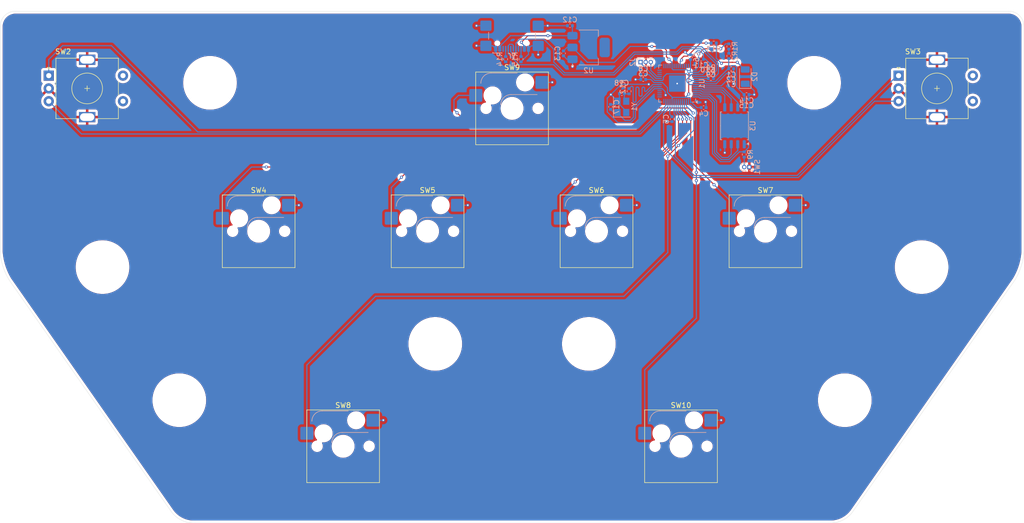
<source format=kicad_pcb>
(kicad_pcb (version 20240108) (generator "pcbnew") (generator_version "8.0")
  (layers (0 "F.Cu" signal) (31 "B.Cu" signal) (34 "B.Paste" user) (35 "F.Paste" user) (36 "B.SilkS" user "B.Silkscreen") (37 "F.SilkS" user "F.Silkscreen") (38 "B.Mask" user) (39 "F.Mask" user) (44 "Edge.Cuts" user))
  (net 0 "")
  (net 1 "+3V3")
  (net 2 "+1V1")
  (net 3 "Net-(U1-ADC_AVDD)")
  (net 6 "Net-(C18-Pad1)")
  (net 7 "VBUS")
  (net 8 "Net-(D2-A)")
  (net 9 "/USB_DP")
  (net 10 "/USB_DM")
  (net 11 "Net-(J1-CC2)")
  (net 12 "Net-(J1-CC1)")
  (net 13 "Net-(J2-Pin_1)")
  (net 14 "Net-(J2-Pin_3)")
  (net 16 "Net-(R1-Pad1)")
  (net 17 "Net-(U1-USB_DP)")
  (net 18 "Net-(U1-USB_DM)")
  (net 19 "Net-(R9-Pad1)")
  (net 20 "/QSPI_SS")
  (net 21 "/XOUT")
  (net 22 "Net-(U1-GPIO25)")
  (net 23 "ENC1B")
  (net 24 "ENC1A")
  (net 27 "ENC2A")
  (net 29 "ENC2B")
  (net 31 "BT0")
  (net 32 "BT1")
  (net 33 "BT2")
  (net 34 "BT3")
  (net 42 "BT4")
  (net 43 "/QSPI_SD2")
  (net 47 "/QSPI_SD3")
  (net 49 "/QSPI_SD1")
  (net 50 "/QSPI_SD0")
  (net 54 "/QSPI_SCLK")
  (net 57 "GND")
  (net 58 "/XIN")
  (net 59 "BT5")
  (net 60 "BT6")
  (footprint "PCM_Switch_Keyboard_Hotswap_Kailh:SW_Hotswap_Kailh_MX_1.50u" (layer "F.Cu") (at 118 96)
    (property "Reference" "SW4")
    (property "Value" "SW_Push")
  )
  (footprint "MountingHole:MountingHole_3.2mm_M3_ISO7380_Pad" (layer "F.Cu") (at 232.5 129)
    (property "Reference" "H6")
    (property "Value" "MountingHole")
  )
  (footprint "MountingHole:MountingHole_3.2mm_M3_ISO7380_Pad" (layer "F.Cu") (at 247.5 103)
    (property "Reference" "H4")
    (property "Value" "MountingHole")
  )
  (footprint "PCM_Switch_Keyboard_Hotswap_Kailh:SW_Hotswap_Kailh_MX_1.00u" (layer "F.Cu") (at 167.5 72)
    (property "Reference" "SW9")
    (property "Value" "SW_Push")
  )
  (footprint "MountingHole:MountingHole_3.2mm_M3_ISO7380_Pad" (layer "F.Cu") (at 108.5 67)
    (property "Reference" "H1")
    (property "Value" "MountingHole")
  )
  (footprint "MountingHole:MountingHole_3.2mm_M3_ISO7380_Pad" (layer "F.Cu") (at 226.5 67)
    (property "Reference" "H2")
    (property "Value" "MountingHole")
  )
  (footprint "PCM_Switch_Keyboard_Hotswap_Kailh:SW_Hotswap_Kailh_MX_1.50u" (layer "F.Cu") (at 217 96)
    (property "Reference" "SW7")
    (property "Value" "SW_Push")
  )
  (footprint "PCM_Switch_Keyboard_Hotswap_Kailh:SW_Hotswap_Kailh_MX_1.50u" (layer "F.Cu") (at 151 96)
    (property "Reference" "SW5")
    (property "Value" "SW_Push")
  )
  (footprint "PCM_Switch_Keyboard_Hotswap_Kailh:SW_Hotswap_Kailh_MX_2.25u" (layer "F.Cu") (at 134.5 138)
    (property "Reference" "SW8")
    (property "Value" "SW_Push")
  )
  (footprint "MountingHole:MountingHole_3.2mm_M3_ISO7380_Pad" (layer "F.Cu") (at 87.5 103)
    (property "Reference" "H3")
    (property "Value" "MountingHole")
  )
  (footprint "PCM_Switch_Keyboard_Hotswap_Kailh:SW_Hotswap_Kailh_MX_1.50u" (layer "F.Cu") (at 184 96)
    (property "Reference" "SW6")
    (property "Value" "SW_Push")
  )
  (footprint "PCM_Switch_Keyboard_Hotswap_Kailh:SW_Hotswap_Kailh_MX_2.25u" (layer "F.Cu") (at 200.5 138)
    (property "Reference" "SW10")
    (property "Value" "SW_Push")
  )
  (footprint "Rotary_Encoder:RotaryEncoder_Alps_EC11E-Switch_Vertical_H20mm" (layer "F.Cu") (at 243 65.6)
    (property "Reference" "SW3")
    (property "Value" "RotaryEncoder_Switch_MP")
  )
  (footprint "Rotary_Encoder:RotaryEncoder_Alps_EC11E-Switch_Vertical_H20mm" (layer "F.Cu") (at 77 65.6)
    (property "Reference" "SW2")
    (property "Value" "RotaryEncoder_Switch_MP")
  )
  (footprint "MountingHole:MountingHole_3.2mm_M3_ISO7380_Pad" (layer "F.Cu") (at 102.5 129)
    (property "Reference" "H5")
    (property "Value" "MountingHole")
  )
  (footprint "MountingHole:MountingHole_3.2mm_M3_ISO7380_Pad" (layer "F.Cu") (at 152.5 118)
    (property "Reference" "H7")
    (property "Value" "MountingHole")
  )
  (footprint "MountingHole:MountingHole_3.2mm_M3_ISO7380_Pad" (layer "F.Cu") (at 182.5 118)
    (property "Reference" "H8")
    (property "Value" "MountingHole")
  )
  (footprint "Capacitor_SMD:C_0402_1005Metric" (layer "B.Cu") (at 204.42 62.38)
    (property "Reference" "C11")
    (property "Value" "2u2")
  )
  (footprint "Capacitor_SMD:C_0402_1005Metric" (layer "B.Cu") (at 210.3 66.15)
    (property "Reference" "C7")
    (property "Value" "100n")
  )
  (footprint "Package_TO_SOT_SMD:SOT-223" (layer "B.Cu") (at 182.45 60.1)
    (property "Reference" "U2")
    (property "Value" "NCP1117-3.3_SOT223")
  )
  (footprint "Capacitor_SMD:C_0402_1005Metric" (layer "B.Cu") (at 206.33 64.23)
    (property "Reference" "C9")
    (property "Value" "2u2")
  )
  (footprint "Resistor_SMD:R_0402_1005Metric" (layer "B.Cu") (at 190.35 68.65 -90)
    (property "Reference" "R12")
    (property "Value" "1K")
  )
  (footprint "Capacitor_SMD:C_0402_1005Metric" (layer "B.Cu") (at 202.35 61.98 90)
    (property "Reference" "C6")
    (property "Value" "100n")
  )
  (footprint "Capacitor_SMD:C_0402_1005Metric" (layer "B.Cu") (at 193.12 66.35 180)
    (property "Reference" "C3")
    (property "Value" "100n")
  )
  (footprint "Connector_USB:USB_C_Receptacle_GCT_USB4110" (layer "B.Cu") (at 167.5 56.675)
    (property "Reference" "J1")
    (property "Value" "USB_C_Receptacle_USB2.0_14P")
  )
  (footprint "Resistor_SMD:R_0402_1005Metric" (layer "B.Cu") (at 206.89 59.25)
    (property "Reference" "R13")
    (property "Value" "470R")
  )
  (footprint "Crystal:Crystal_SMD_3225-4Pin_3.2x2.5mm" (layer "B.Cu") (at 188.95 71.7 90)
    (property "Reference" "Y1")
    (property "Value" "Crystal_GND24")
  )
  (footprint "Capacitor_SMD:C_0402_1005Metric" (layer "B.Cu") (at 213.3 70.25)
    (property "Reference" "C15")
    (property "Value" "100n")
  )
  (footprint "Package_DFN_QFN:QFN-56-1EP_7x7mm_P0.4mm_EP3.2x3.2mm" (layer "B.Cu") (at 199.75 67.15 90)
    (property "Reference" "U1")
    (property "Value" "RP2040")
  )
  (footprint "Capacitor_SMD:C_0402_1005Metric" (layer "B.Cu") (at 210.3 65.2)
    (property "Reference" "C2")
    (property "Value" "100n")
  )
  (footprint "Resistor_SMD:R_0402_1005Metric" (layer "B.Cu") (at 206.33 66.15 180)
    (property "Reference" "R3")
    (property "Value" "27R")
  )
  (footprint "Capacitor_SMD:C_0402_1005Metric" (layer "B.Cu") (at 178.8 55.85 180)
    (property "Reference" "C12")
    (property "Value" "10u")
  )
  (footprint "Resistor_SMD:R_0402_1005Metric" (layer "B.Cu") (at 169.25 62.39 -90)
    (property "Reference" "R15")
    (property "Value" "56K")
  )
  (footprint "LED_SMD:LED_1206_3216Metric" (layer "B.Cu") (at 213.05 65.8 90)
    (property "Reference" "D2")
    (property "Value" "LED")
  )
  (footprint "Connector_PinHeader_1.00mm:PinHeader_1x02_P1.00mm_Vertical" (layer "B.Cu") (at 213.85 83.46 90)
    (property "Reference" "SW1")
    (property "Value" "SW_Push")
  )
  (footprint "Resistor_SMD:R_0402_1005Metric" (layer "B.Cu") (at 209.85 61.76 90)
    (property "Reference" "R2")
    (property "Value" "200R")
  )
  (footprint "Resistor_SMD:R_0402_1005Metric" (layer "B.Cu") (at 206.33 65.2 180)
    (property "Reference" "R4")
    (property "Value" "27R")
  )
  (footprint "Package_SO:SOIC-8_5.23x5.23mm_P1.27mm" (layer "B.Cu") (at 210.95 75.4 90)
    (property "Reference" "U3")
    (property "Value" "W25Q16JVSS")
  )
  (footprint "Resistor_SMD:R_0402_1005Metric" (layer "B.Cu") (at 212.85 81 90)
    (property "Reference" "R9")
    (property "Value" "1K")
  )
  (footprint "Capacitor_SMD:C_0402_1005Metric" (layer "B.Cu") (at 204.92 71.85)
    (property "Reference" "C4")
    (property "Value" "100n")
  )
  (footprint "Capacitor_SMD:C_0402_1005Metric" (layer "B.Cu") (at 205.72 63.3)
    (property "Reference" "C10")
    (property "Value" "2u2")
  )
  (footprint "Capacitor_SMD:C_0402_1005Metric" (layer "B.Cu") (at 177.55 61.25 -90)
    (property "Reference" "C13")
    (property "Value" "10u")
  )
  (footprint "Resistor_SMD:R_0402_1005Metric" (layer "B.Cu") (at 166.25 62.39 -90)
    (property "Reference" "R14")
    (property "Value" "56K")
  )
  (footprint "Capacitor_SMD:C_0402_1005Metric" (layer "B.Cu") (at 198.75 74.1 -90)
    (property "Reference" "C5")
    (property "Value" "100n")
  )
  (footprint "Capacitor_SMD:C_0402_1005Metric" (layer "B.Cu") (at 210.3 64.25)
    (property "Reference" "C1")
    (property "Value" "100n")
  )
  (footprint "Capacitor_SMD:C_0402_1005Metric" (layer "B.Cu") (at 213.3 69.3)
    (property "Reference" "C14")
    (property "Value" "2u2")
  )
  (footprint "Capacitor_SMD:C_0402_1005Metric" (layer "B.Cu") (at 188.95 69.1 180)
    (property "Reference" "C18")
    (property "Value" "15p")
  )
  (footprint "Capacitor_SMD:C_0402_1005Metric" (layer "B.Cu") (at 186.75 71.7 90)
    (property "Reference" "C17")
    (property "Value" "15p")
  )
  (footprint "Connector_PinHeader_1.00mm:PinHeader_1x03_P1.00mm_Vertical" (layer "B.Cu") (at 192.6 62.95 -90)
    (property "Reference" "J2")
    (property "Value" "Conn_01x03")
  )
  (footprint "Resistor_SMD:R_0402_1005Metric" (layer "B.Cu") (at 209.85 59.9 90)
    (property "Reference" "R1")
    (property "Value" "1R")
  )
  (footprint "Capacitor_SMD:C_0402_1005Metric" (layer "B.Cu") (at 193.12 65.4 180)
    (property "Reference" "C8")
    (property "Value" "100n")
  )
  (gr_line (start 265.779613 105.457695) (end 234.220386 150.542304) (stroke (width 0.05)) (layer "Edge.Cuts"))
  (gr_line (start 70.5 53) (end 264.5 53) (stroke (width 0.05)) (layer "Edge.Cuts"))
  (gr_line (start 67.500002 100) (end 67.5 56) (stroke (width 0.05)) (layer "Edge.Cuts"))
  (gr_arc (start 105.5 152.999999) (mid 102.8177 152.389808) (end 100.779614 150.542304) (stroke (width 0.05)) (layer "Edge.Cuts"))
  (gr_arc (start 69.220388 105.457695) (mid 68.038736 102.830179) (end 67.500002 100) (stroke (width 0.05)) (layer "Edge.Cuts"))
  (gr_arc (start 67.5 56) (mid 68.37868 53.87868) (end 70.5 53) (stroke (width 0.05)) (layer "Edge.Cuts"))
  (gr_arc (start 264.5 53) (mid 266.62132 53.87868) (end 267.5 56) (stroke (width 0.05)) (layer "Edge.Cuts"))
  (gr_line (start 229.5 152.999999) (end 105.5 152.999999) (stroke (width 0.05)) (layer "Edge.Cuts"))
  (gr_arc (start 267.499999 100) (mid 266.961265 102.830179) (end 265.779613 105.457695) (stroke (width 0.05)) (layer "Edge.Cuts"))
  (gr_line (start 100.779614 150.542304) (end 69.220388 105.457695) (stroke (width 0.05)) (layer "Edge.Cuts"))
  (gr_line (start 267.5 56) (end 267.499999 100) (stroke (width 0.05)) (layer "Edge.Cuts"))
  (gr_arc (start 234.220386 150.542304) (mid 232.1823 152.389808) (end 229.5 152.999999) (stroke (width 0.05)) (layer "Edge.Cuts"))
  (segment (start 196.9 59.9) (end 194.8 59.9) (width 0.2) (layer "F.Cu") (net 1))
  (segment (start 202.25 66.55) (end 202 66.8) (width 0.2) (layer "F.Cu") (net 1))
  (segment (start 197.65 60.65) (end 196.9 59.9) (width 0.2) (layer "F.Cu") (net 1))
  (segment (start 202.05 66.35) (end 202.25 66.55) (width 0.2) (layer "F.Cu") (net 1))
  (segment (start 198.15 62.4) (end 197.65 61.9) (width 0.2) (layer "F.Cu") (net 1))
  (segment (start 197.65 61.9) (end 197.65 60.65) (width 0.2) (layer "F.Cu") (net 1))
  (segment (start 202.05 64.85) (end 202.05 66.35) (width 0.2) (layer "F.Cu") (net 1))
  (segment (start 202 66.8) (end 202 69.2) (width 0.2) (layer "F.Cu") (net 1))
  (via (at 202.25 66.55) (size 0.6) (drill 0.3) (layers "F.Cu" "B.Cu") (net 1))
  (via (at 194.8 59.9) (size 0.6) (drill 0.3) (layers "F.Cu" "B.Cu") (net 1))
  (via (at 202.05 64.85) (size 0.6) (drill 0.3) (layers "F.Cu" "B.Cu") (net 1))
  (via (at 202 69.2) (size 0.6) (drill 0.3) (layers "F.Cu" "B.Cu") (net 1))
  (via (at 198.15 62.4) (size 0.6) (drill 0.3) (layers "F.Cu" "B.Cu") (net 1))
  (segment (start 205.281076 66.55) (end 205.501076 66.77) (width 0.2) (layer "B.Cu") (net 1))
  (segment (start 202.25 66.55) (end 203.1875 66.55) (width 0.2) (layer "B.Cu") (net 1))
  (segment (start 182.2 63) (end 179.3 60.1) (width 0.2) (layer "B.Cu") (net 1))
  (segment (start 197.85 68.900001) (end 198.75 69.800001) (width 0.2) (layer "B.Cu") (net 1))
  (segment (start 211.35 67.83) (end 211.36 67.82) (width 0.2) (layer "B.Cu") (net 1))
  (segment (start 209.82 62.3) (end 209.85 62.27) (width 0.2) (layer "B.Cu") (net 1))
  (segment (start 211.36 63.893866) (end 211.106134 63.64) (width 0.2) (layer "B.Cu") (net 1))
  (segment (start 210.43 63.64) (end 209.82 64.25) (width 0.2) (layer "B.Cu") (net 1))
  (segment (start 212.82 69.3) (end 211.35 67.83) (width 0.2) (layer "B.Cu") (net 1))
  (segment (start 198.3 72.4) (end 198.3 73.17) (width 0.2) (layer "B.Cu") (net 1))
  (segment (start 205.24 63.3) (end 205.24 63.61) (width 0.2) (layer "B.Cu") (net 1))
  (segment (start 203.1875 66.55) (end 203.1875 66.95) (width 0.2) (layer "B.Cu") (net 1))
  (segment (start 178.22 60.1) (end 177.55 60.77) (width 0.2) (layer "B.Cu") (net 1))
  (segment (start 195.215686 66.95) (end 196.3125 66.95) (width 0.2) (layer "B.Cu") (net 1))
  (segment (start 203.6125 71.85) (end 204.44 71.85) (width 0.2) (layer "B.Cu") (net 1))
  (segment (start 203.1875 66.55) (end 205.281076 66.55) (width 0.2) (layer "B.Cu") (net 1))
  (segment (start 212.855 71.8) (end 212.855 69.335) (width 0.2) (layer "B.Cu") (net 1))
  (segment (start 207.18 66.77) (end 209.7 64.25) (width 0.2) (layer "B.Cu") (net 1))
  (segment (start 198.15 62.4) (end 198.75 63) (width 0.2) (layer "B.Cu") (net 1))
  (segment (start 198.75 69.800001) (end 198.75 70.5875) (width 0.2) (layer "B.Cu") (net 1))
  (segment (start 202.15 64.95) (end 202.05 64.85) (width 0.2) (layer "B.Cu") (net 1))
  (segment (start 211.36 67.82) (end 211.36 63.893866) (width 0.2) (layer "B.Cu") (net 1))
  (segment (start 198.75 64.24636) (end 198.75 63.7125) (width 0.2) (layer "B.Cu") (net 1))
  (segment (start 205.24 63.61) (end 203.9 64.95) (width 0.2) (layer "B.Cu") (net 1))
  (segment (start 203.1875 66.95) (end 205.1 66.95) (width 0.2) (layer "B.Cu") (net 1))
  (segment (start 198.75 70.5875) (end 198.75 71.95) (width 0.2) (layer "B.Cu") (net 1))
  (segment (start 201.35 69.85) (end 200.7 69.85) (width 0.2) (layer "B.Cu") (net 1))
  (segment (start 202.35 63.7125) (end 202.35 62.46) (width 0.2) (layer "B.Cu") (net 1))
  (segment (start 198.75 63) (end 198.75 63.7125) (width 0.2) (layer "B.Cu") (net 1))
  (segment (start 196.84636 66.95) (end 197.85 67.95364) (width 0.2) (layer "B.Cu") (net 1))
  (segment (start 187.5 63) (end 182.2 63) (width 0.2) (layer "B.Cu") (net 1))
  (segment (start 202.05 64.85) (end 201.65 64.45) (width 0.2) (layer "B.Cu") (net 1))
  (segment (start 179.3 60.1) (end 178.22 60.1) (width 0.2) (layer "B.Cu") (net 1))
  (segment (start 198.75 71.95) (end 198.3 72.4) (width 0.2) (layer "B.Cu") (net 1))
  (segment (start 202.35 70.5875) (end 203.6125 71.85) (width 0.2) (layer "B.Cu") (net 1))
  (segment (start 202 69.2) (end 201.35 69.85) (width 0.2) (layer "B.Cu") (net 1))
  (segment (start 202.35 64.55) (end 202.05 64.85) (width 0.2) (layer "B.Cu") (net 1))
  (segment (start 207.35 67.2) (end 209.35 65.2) (width 0.2) (layer "B.Cu") (net 1))
  (segment (start 198.95364 64.45) (end 198.75 64.24636) (width 0.2) (layer "B.Cu") (net 1))
  (segment (start 202.35 70.05364) (end 202.35 70.5875) (width 0.2) (layer "B.Cu") (net 1))
  (segment (start 205.1 66.95) (end 205.35 67.2) (width 0.2) (layer "B.Cu") (net 1))
  (segment (start 193.6 66.35) (end 194.615686 66.35) (width 0.2) (layer "B.Cu") (net 1))
  (segment (start 198.75 70.5875) (end 198.75 70.05364) (width 0.2) (layer "B.Cu") (net 1))
  (segment (start 205.35 67.2) (end 207.35 67.2) (width 0.2) (layer "B.Cu") (net 1))
  (segment (start 201.65 64.45) (end 198.95364 64.45) (width 0.2) (layer "B.Cu") (net 1))
  (segment (start 200.7 69.85) (end 202.14636 69.85) (width 0.2) (layer "B.Cu") (net 1))
  (segment (start 209.7 64.25) (end 209.82 64.25) (width 0.2) (layer "B.Cu") (net 1))
  (segment (start 194.8 59.9) (end 190.6 59.9) (width 0.2) (layer "B.Cu") (net 1))
  (segment (start 198.3 73.17) (end 198.75 73.62) (width 0.2) (layer "B.Cu") (net 1))
  (segment (start 203.9 64.95) (end 203.1875 64.95) (width 0.2) (layer "B.Cu") (net 1))
  (segment (start 190.6 59.9) (end 187.5 63) (width 0.2) (layer "B.Cu") (net 1))
  (segment (start 198.75 70.05364) (end 198.95364 69.85) (width 0.2) (layer "B.Cu") (net 1))
  (segment (start 194.615686 66.35) (end 195.215686 66.95) (width 0.2) (layer "B.Cu") (net 1))
  (segment (start 202.35 63.7125) (end 202.35 64.55) (width 0.2) (layer "B.Cu") (net 1))
  (segment (start 203.1875 64.95) (end 202.15 64.95) (width 0.2) (layer "B.Cu") (net 1))
  (segment (start 205.501076 66.77) (end 207.18 66.77) (width 0.2) (layer "B.Cu") (net 1))
  (segment (start 209.35 65.2) (end 209.82 65.2) (width 0.2) (layer "B.Cu") (net 1))
  (segment (start 197.85 67.95364) (end 197.85 68.900001) (width 0.2) (layer "B.Cu") (net 1))
  (segment (start 209.82 64.25) (end 209.82 62.3) (width 0.2) (layer "B.Cu") (net 1))
  (segment (start 212.855 69.335) (end 212.82 69.3) (width 0.2) (layer "B.Cu") (net 1))
  (segment (start 196.3125 66.95) (end 196.84636 66.95) (width 0.2) (layer "B.Cu") (net 1))
  (segment (start 211.106134 63.64) (end 210.43 63.64) (width 0.2) (layer "B.Cu") (net 1))
  (segment (start 198.95364 69.85) (end 200.7 69.85) (width 0.2) (layer "B.Cu") (net 1))
  (segment (start 202.14636 69.85) (end 202.35 70.05364) (width 0.2) (layer "B.Cu") (net 1))
  (segment (start 197.05 66.34636) (end 197.05 65.9) (width 0.2) (layer "B.Cu") (net 2))
  (segment (start 197.7 65.25) (end 201.601471 65.25) (width 0.2) (layer "B.Cu") (net 2))
  (segment (start 196.3125 66.55) (end 195.381372 66.55) (width 0.2) (layer "B.Cu") (net 2))
  (segment (start 205.184314 67.6) (end 208.37 67.6) (width 0.2) (layer "B.Cu") (net 2))
  (segment (start 201.65 66.798529) (end 202.201471 67.35) (width 0.2) (layer "B.Cu") (net 2))
  (segment (start 196.84636 66.55) (end 197.05 66.34636) (width 0.2) (layer "B.Cu") (net 2))
  (segment (start 203.1875 67.35) (end 204.934314 67.35) (width 0.2) (layer "B.Cu") (net 2))
  (segment (start 197.05 65.9) (end 197.7 65.25) (width 0.2) (layer "B.Cu") (net 2))
  (segment (start 202.501471 65.45) (end 202.601471 65.35) (width 0.2) (layer "B.Cu") (net 2))
  (segment (start 201.65 66.301471) (end 201.65 66.798529) (width 0.2) (layer "B.Cu") (net 2))
  (segment (start 208.37 67.6) (end 209.82 66.15) (width 0.2) (layer "B.Cu") (net 2))
  (segment (start 193.72 65.4) (end 193.6 65.4) (width 0.2) (layer "B.Cu") (net 2))
  (segment (start 204.934314 67.35) (end 205.184314 67.6) (width 0.2) (layer "B.Cu") (net 2))
  (segment (start 202.601471 65.35) (end 201.65 66.301471) (width 0.2) (layer "B.Cu") (net 2))
  (segment (start 202.201471 67.35) (end 203.1875 67.35) (width 0.2) (layer "B.Cu") (net 2))
  (segment (start 205.85 64.23) (end 204.73 65.35) (width 0.2) (layer "B.Cu") (net 2))
  (segment (start 201.601471 65.25) (end 201.801471 65.45) (width 0.2) (layer "B.Cu") (net 2))
  (segment (start 195.381372 66.55) (end 194.231372 65.4) (width 0.2) (layer "B.Cu") (net 2))
  (segment (start 196.3125 66.55) (end 196.84636 66.55) (width 0.2) (layer "B.Cu") (net 2))
  (segment (start 204.73 65.35) (end 203.1875 65.35) (width 0.2) (layer "B.Cu") (net 2))
  (segment (start 201.801471 65.45) (end 202.501471 65.45) (width 0.2) (layer "B.Cu") (net 2))
  (segment (start 194.231372 65.4) (end 193.6 65.4) (width 0.2) (layer "B.Cu") (net 2))
  (segment (start 202.601471 65.35) (end 203.1875 65.35) (width 0.2) (layer "B.Cu") (net 2))
  (segment (start 204.95 60.35) (end 208.25 60.35) (width 0.2) (layer "F.Cu") (net 3))
  (segment (start 203.95 61.35) (end 204.95 60.35) (width 0.2) (layer "F.Cu") (net 3))
  (via (at 208.25 60.35) (size 0.6) (drill 0.3) (layers "F.Cu" "B.Cu") (net 3))
  (via (at 203.95 61.35) (size 0.6) (drill 0.3) (layers "F.Cu" "B.Cu") (net 3))
  (segment (start 208.25 60.35) (end 209.21 59.39) (width 0.2) (layer "B.Cu") (net 3))
  (segment (start 203.94 61.36) (end 203.95 61.35) (width 0.2) (layer "B.Cu") (net 3))
  (segment (start 203.94 63.7975) (end 203.1875 64.55) (width 0.2) (layer "B.Cu") (net 3))
  (segment (start 203.94 62.38) (end 203.94 63.7975) (width 0.2) (layer "B.Cu") (net 3))
  (segment (start 203.94 62.38) (end 203.94 61.36) (width 0.2) (layer "B.Cu") (net 3))
  (segment (start 209.21 59.39) (end 209.85 59.39) (width 0.2) (layer "B.Cu") (net 3))
  (segment (start 189.43 70.23) (end 189.8 70.6) (width 0.2) (layer "B.Cu") (net 6))
  (segment (start 189.49 69.16) (end 189.43 69.1) (width 0.2) (layer "B.Cu") (net 6))
  (segment (start 190.35 69.16) (end 189.49 69.16) (width 0.2) (layer "B.Cu") (net 6))
  (segment (start 189.43 69.1) (end 189.43 70.23) (width 0.2) (layer "B.Cu") (net 6))
  (segment (start 170.60306 57.8) (end 174.5 57.8) (width 0.2) (layer "F.Cu") (net 7))
  (segment (start 169.32306 59.08) (end 170.60306 57.8) (width 0.2) (layer "F.Cu") (net 7))
  (via (at 174.5 57.8) (size 0.6) (drill 0.3) (layers "F.Cu" "B.Cu") (net 7))
  (via (at 169.32306 59.08) (size 0.6) (drill 0.3) (layers "F.Cu" "B.Cu") (net 7))
  (segment (start 165.1 60.355) (end 165.1 59.89759) (width 0.2) (layer "B.Cu") (net 7))
  (segment (start 165.1 59.89759) (end 167.19759 57.8) (width 0.2) (layer "B.Cu") (net 7))
  (segment (start 179.28 57.78) (end 179.3 57.8) (width 0.2) (layer "B.Cu") (net 7))
  (segment (start 169.9 59.780001) (end 169.32306 59.203061) (width 0.2) (layer "B.Cu") (net 7))
  (segment (start 179.3 56.02) (end 179.28 56) (width 0.2) (layer "B.Cu") (net 7))
  (segment (start 179.28 55.85) (end 179.28 57.78) (width 0.2) (layer "B.Cu") (net 7))
  (segment (start 174.5 57.8) (end 179.3 57.8) (width 0.2) (layer "B.Cu") (net 7))
  (segment (start 169.32306 59.203061) (end 169.32306 59.08) (width 0.2) (layer "B.Cu") (net 7))
  (segment (start 169.9 60.355) (end 169.9 59.780001) (width 0.2) (layer "B.Cu") (net 7))
  (segment (start 167.19759 57.8) (end 174.5 57.8) (width 0.2) (layer "B.Cu") (net 7))
  (segment (start 210.5 63) (end 211.5 63) (width 0.2) (layer "F.Cu") (net 8))
  (segment (start 208.600124 63) (end 210.55 63) (width 0.2) (layer "F.Cu") (net 8))
  (segment (start 210.55 63) (end 210.5 63) (width 0.2) (layer "F.Cu") (net 8))
  (segment (start 208.399999 63.200125) (end 208.600124 63) (width 0.2) (layer "F.Cu") (net 8))
  (via (at 208.399999 63.200125) (size 0.6) (drill 0.3) (layers "F.Cu" "B.Cu") (net 8))
  (via (at 211.5 63) (size 0.6) (drill 0.3) (layers "F.Cu" "B.Cu") (net 8))
  (segment (start 211.5 63) (end 212.9 64.4) (width 0.2) (layer "B.Cu") (net 8))
  (segment (start 212.9 64.4) (end 213.05 64.4) (width 0.2) (layer "B.Cu") (net 8))
  (segment (start 207.4 59.25) (end 207.4 62.200126) (width 0.2) (layer "B.Cu") (net 8))
  (segment (start 207.4 62.200126) (end 208.399999 63.200125) (width 0.2) (layer "B.Cu") (net 8))
  (segment (start 199.634314 61) (end 191.334314 61) (width 0.2) (layer "B.Cu") (net 9))
  (segment (start 167.25 60.96241) (end 167.51759 61.23) (width 0.2) (layer "B.Cu") (net 9))
  (segment (start 204.785685 60.184315) (end 204.55137 59.95) (width 0.2) (layer "B.Cu") (net 9))
  (segment (start 206.84 66.15) (end 207.8 65.19) (width 0.2) (layer "B.Cu") (net 9))
  (segment (start 167.51759 61.23) (end 168.02 61.23) (width 0.2) (layer "B.Cu") (net 9))
  (segment (start 207.8 65.19) (end 207.8 63.198629) (width 0.2) (layer "B.Cu") (net 9))
  (segment (start 191.334314 61) (end 187.284314 65.05) (width 0.2) (layer "B.Cu") (net 9))
  (segment (start 175.65 62.934314) (end 175.65 60.445256) (width 0.2) (layer "B.Cu") (net 9))
  (segment (start 177.765686 65.05) (end 175.65 62.934314) (width 0.2) (layer "B.Cu") (net 9))
  (segment (start 167.25 60.355) (end 167.25 60.96241) (width 0.2) (layer "B.Cu") (net 9))
  (segment (start 204.55137 59.95) (end 200.684314 59.95) (width 0.2) (layer "B.Cu") (net 9))
  (segment (start 168.25 59.24759) (end 168.25 60.355) (width 0.2) (layer "B.Cu") (net 9))
  (segment (start 168.25 61) (end 168.25 60.355) (width 0.2) (layer "B.Cu") (net 9))
  (segment (start 175.65 60.445256) (end 173.684744 58.48) (width 0.2) (layer "B.Cu") (net 9))
  (segment (start 169.01759 58.48) (end 168.25 59.24759) (width 0.2) (layer "B.Cu") (net 9))
  (segment (start 168.02 61.23) (end 168.25 61) (width 0.2) (layer "B.Cu") (net 9))
  (segment (start 187.284314 65.05) (end 177.765686 65.05) (width 0.2) (layer "B.Cu") (net 9))
  (segment (start 200.684314 59.95) (end 199.634314 61) (width 0.2) (layer "B.Cu") (net 9))
  (segment (start 173.684744 58.48) (end 169.01759 58.48) (width 0.2) (layer "B.Cu") (net 9))
  (segment (start 207.8 63.198629) (end 204.785685 60.184315) (width 0.2) (layer "B.Cu") (net 9))
  (segment (start 166.75 59.74759) (end 167.01759 59.48) (width 0.2) (layer "B.Cu") (net 10))
  (segment (start 166.75 60.355) (end 166.75 59.74759) (width 0.2) (layer "B.Cu") (net 10))
  (segment (start 175.62 63.47) (end 177.6 65.45) (width 0.2) (layer "B.Cu") (net 10))
  (segment (start 166.75 60.355) (end 166.75 61.338924) (width 0.2) (layer "B.Cu") (net 10))
  (segment (start 166.75 61.338924) (end 168.881076 63.47) (width 0.2) (layer "B.Cu") (net 10))
  (segment (start 200.85 60.35) (end 204.385685 60.35) (width 0.2) (layer "B.Cu") (net 10))
  (segment (start 199.8 61.4) (end 200.85 60.35) (width 0.2) (layer "B.Cu") (net 10))
  (segment (start 167.75 59.7) (end 167.75 60.355) (width 0.2) (layer "B.Cu") (net 10))
  (segment (start 204.385685 60.35) (end 207.4 63.364315) (width 0.2) (layer "B.Cu") (net 10))
  (segment (start 167.75 59.74759) (end 167.75 60.355) (width 0.2) (layer "B.Cu") (net 10))
  (segment (start 207.4 64.64) (end 206.84 65.2) (width 0.2) (layer "B.Cu") (net 10))
  (segment (start 167.01759 59.48) (end 167.53 59.48) (width 0.2) (layer "B.Cu") (net 10))
  (segment (start 187.45 65.45) (end 191.5 61.4) (width 0.2) (layer "B.Cu") (net 10))
  (segment (start 167.53 59.48) (end 167.75 59.7) (width 0.2) (layer "B.Cu") (net 10))
  (segment (start 177.6 65.45) (end 187.45 65.45) (width 0.2) (layer "B.Cu") (net 10))
  (segment (start 191.5 61.4) (end 199.8 61.4) (width 0.2) (layer "B.Cu") (net 10))
  (segment (start 168.881076 63.47) (end 175.62 63.47) (width 0.2) (layer "B.Cu") (net 10))
  (segment (start 207.4 63.364315) (end 207.4 64.64) (width 0.2) (layer "B.Cu") (net 10))
  (segment (start 169.25 60.355) (end 169.25 61.88) (width 0.2) (layer "B.Cu") (net 11))
  (segment (start 166.25 60.355) (end 166.25 61.88) (width 0.2) (layer "B.Cu") (net 12))
  (segment (start 195.612954 66.15) (end 192.6 63.137046) (width 0.2) (layer "B.Cu") (net 13))
  (segment (start 192.6 63.137046) (end 192.6 62.95) (width 0.2) (layer "B.Cu") (net 13))
  (segment (start 196.3125 66.15) (end 195.612954 66.15) (width 0.2) (layer "B.Cu") (net 13))
  (segment (start 196.3125 65.75) (end 195.77864 65.75) (width 0.2) (layer "B.Cu") (net 14))
  (segment (start 194.6 64.57136) (end 194.6 62.95) (width 0.2) (layer "B.Cu") (net 14))
  (segment (start 195.77864 65.75) (end 194.6 64.57136) (width 0.2) (layer "B.Cu") (net 14))
  (segment (start 209.85 60.41) (end 209.85 61.25) (width 0.2) (layer "B.Cu") (net 16))
  (segment (start 205.82 66.15) (end 203.1875 66.15) (width 0.2) (layer "B.Cu") (net 17))
  (segment (start 205.82 65.2) (end 205.82 65.211076) (width 0.2) (layer "B.Cu") (net 18))
  (segment (start 205.281076 65.75) (end 203.1875 65.75) (width 0.2) (layer "B.Cu") (net 18))
  (segment (start 205.82 65.211076) (end 205.281076 65.75) (width 0.2) (layer "B.Cu") (net 18))
  (segment (start 212.85 81.51) (end 212.85 83.46) (width 0.2) (layer "B.Cu") (net 19))
  (segment (start 208.218628 82.4) (end 209.981372 82.4) (width 0.2) (layer "B.Cu") (net 20))
  (segment (start 206.65 80.831372) (end 208.218628 82.4) (width 0.2) (layer "B.Cu") (net 20))
  (segment (start 212.855 79) (end 213.45 79) (width 0.2) (layer "B.Cu") (net 20))
  (segment (start 206.65 70.881372) (end 206.65 80.831372) (width 0.2) (layer "B.Cu") (net 20))
  (segment (start 213.7 79.25) (end 213.7 79.64) (width 0.2) (layer "B.Cu") (net 20))
  (segment (start 213.45 79) (end 213.7 79.25) (width 0.2) (layer "B.Cu") (net 20))
  (segment (start 204.190198 70) (end 205.768628 70) (width 0.2) (layer "B.Cu") (net 20))
  (segment (start 213.7 79.64) (end 212.85 80.49) (width 0.2) (layer "B.Cu") (net 20))
  (segment (start 211.891372 80.49) (end 212.85 80.49) (width 0.2) (layer "B.Cu") (net 20))
  (segment (start 203.940198 69.75) (end 204.190198 70) (width 0.2) (layer "B.Cu") (net 20))
  (segment (start 205.768628 70) (end 206.65 70.881372) (width 0.2) (layer "B.Cu") (net 20))
  (segment (start 203.1875 69.75) (end 203.940198 69.75) (width 0.2) (layer "B.Cu") (net 20))
  (segment (start 209.981372 82.4) (end 211.891372 80.49) (width 0.2) (layer "B.Cu") (net 20))
  (segment (start 192.9 68) (end 192.9 69.434314) (width 0.2) (layer "B.Cu") (net 21))
  (segment (start 191.7 70.634314) (end 191.534314 70.8) (width 0.2) (layer "B.Cu") (net 21))
  (segment (start 191.7 68) (end 191.7 70.634314) (width 0.2) (layer "B.Cu") (net 21))
  (segment (start 192.9 69.434314) (end 192.734314 69.6) (width 0.2) (layer "B.Cu") (net 21))
  (segment (start 193.4 68.6) (end 193.4 68) (width 0.2) (layer "B.Cu") (net 21))
  (segment (start 192.734314 69.6) (end 192.45 69.6) (width 0.2) (layer "B.Cu") (net 21))
  (segment (start 191.85 67.85) (end 191.7 68) (width 0.2) (layer "B.Cu") (net 21))
  (segment (start 192.3 69.45) (end 192.3 68.05) (width 0.2) (layer "B.Cu") (net 21))
  (segment (start 190.79 67.7) (end 190.35 68.14) (width 0.2) (layer "B.Cu") (net 21))
  (segment (start 193.5 68.7) (end 193.4 68.6) (width 0.2) (layer "B.Cu") (net 21))
  (segment (start 191.15 67.85) (end 191 67.7) (width 0.2) (layer "B.Cu") (net 21))
  (segment (start 193.25 67.85) (end 193.05 67.85) (width 0.2) (layer "B.Cu") (net 21))
  (segment (start 192.1 67.85) (end 191.85 67.85) (width 0.2) (layer "B.Cu") (net 21))
  (segment (start 191.534314 70.8) (end 191.3 70.8) (width 0.2) (layer "B.Cu") (net 21))
  (segment (start 193.05 67.85) (end 192.9 68) (width 0.2) (layer "B.Cu") (net 21))
  (segment (start 191.15 70.65) (end 191.15 67.85) (width 0.2) (layer "B.Cu") (net 21))
  (segment (start 193.634313 68.7) (end 193.5 68.7) (width 0.2) (layer "B.Cu") (net 21))
  (segment (start 191 67.7) (end 190.79 67.7) (width 0.2) (layer "B.Cu") (net 21))
  (segment (start 193.4 68) (end 193.25 67.85) (width 0.2) (layer "B.Cu") (net 21))
  (segment (start 196.3125 67.35) (end 194.984313 67.35) (width 0.2) (layer "B.Cu") (net 21))
  (segment (start 192.3 68.05) (end 192.1 67.85) (width 0.2) (layer "B.Cu") (net 21))
  (segment (start 194.984313 67.35) (end 193.634313 68.7) (width 0.2) (layer "B.Cu") (net 21))
  (segment (start 191.3 70.8) (end 191.15 70.65) (width 0.2) (layer "B.Cu") (net 21))
  (segment (start 192.45 69.6) (end 192.3 69.45) (width 0.2) (layer "B.Cu") (net 21))
  (segment (start 201.75 61.8) (end 201.05 61.8) (width 0.2) (layer "F.Cu") (net 22))
  (segment (start 200.6 62.25) (end 200.6 62.55) (width 0.2) (layer "F.Cu") (net 22))
  (segment (start 204.3 59.25) (end 201.75 61.8) (width 0.2) (layer "F.Cu") (net 22))
  (segment (start 201.05 61.8) (end 200.6 62.25) (width 0.2) (layer "F.Cu") (net 22))
  (segment (start 205.4 59.25) (end 204.3 59.25) (width 0.2) (layer "F.Cu") (net 22))
  (via (at 205.4 59.25) (size 0.6) (drill 0.3) (layers "F.Cu" "B.Cu") (net 22))
  (via (at 200.6 62.55) (size 0.6) (drill 0.3) (layers "F.Cu" "B.Cu") (net 22))
  (segment (start 200.35 63.7125) (end 200.35 62.8) (width 0.2) (layer "B.Cu") (net 22))
  (segment (start 206.38 59.25) (end 205.4 59.25) (width 0.2) (layer "B.Cu") (net 22))
  (segment (start 200.35 62.8) (end 200.6 62.55) (width 0.2) (layer "B.Cu") (net 22))
  (segment (start 197.1 73.034314) (end 197.1 79.665686) (width 0.2) (layer "B.Cu") (net 23))
  (segment (start 238.3 70.6) (end 243 70.6) (width 0.2) (layer "B.Cu") (net 23))
  (segment (start 197.1 79.665686) (end 202.934314 85.5) (width 0.2) (layer "B.Cu") (net 23))
  (segment (start 198.35 71.784314) (end 197.1 73.034314) (width 0.2) (layer "B.Cu") (net 23))
  (segment (start 223.4 85.5) (end 238.3 70.6) (width 0.2) (layer "B.Cu") (net 23))
  (segment (start 202.934314 85.5) (end 223.4 85.5) (width 0.2) (layer "B.Cu") (net 23))
  (segment (start 198.35 70.5875) (end 198.35 71.784314) (width 0.2) (layer "B.Cu") (net 23))
  (segment (start 199.15 70.5875) (end 199.15 73.083866) (width 0.2) (layer "B.Cu") (net 24))
  (segment (start 242.7 65.6) (end 243 65.6) (width 0.2) (layer "B.Cu") (net 24))
  (segment (start 203.1 85.1) (end 223.2 85.1) (width 0.2) (layer "B.Cu") (net 24))
  (segment (start 223.2 85.1) (end 242.7 65.6) (width 0.2) (layer "B.Cu") (net 24))
  (segment (start 199.4 81.4) (end 203.1 85.1) (width 0.2) (layer "B.Cu") (net 24))
  (segment (start 199.4 73.333866) (end 199.4 81.4) (width 0.2) (layer "B.Cu") (net 24))
  (segment (start 199.15 73.083866) (end 199.4 73.333866) (width 0.2) (layer "B.Cu") (net 24))
  (segment (start 79.7 59.75) (end 89.25 59.75) (width 0.2) (layer "B.Cu") (net 27))
  (segment (start 89.25 59.75) (end 106.1 76.6) (width 0.2) (layer "B.Cu") (net 27))
  (segment (start 77 62.45) (end 79.7 59.75) (width 0.2) (layer "B.Cu") (net 27))
  (segment (start 77 65.6) (end 77 62.45) (width 0.2) (layer "B.Cu") (net 27))
  (segment (start 192.384314 76.6) (end 197.55 71.434314) (width 0.2) (layer "B.Cu") (net 27))
  (segment (start 197.55 71.434314) (end 197.55 70.5875) (width 0.2) (layer "B.Cu") (net 27))
  (segment (start 106.1 76.6) (end 192.384314 76.6) (width 0.2) (layer "B.Cu") (net 27))
  (segment (start 197.95 70.5875) (end 197.95 71.6) (width 0.2) (layer "B.Cu") (net 29))
  (segment (start 197.95 71.6) (end 192.55 77) (width 0.2) (layer "B.Cu") (net 29))
  (segment (start 192.55 77) (end 83.4 77) (width 0.2) (layer "B.Cu") (net 29))
  (segment (start 83.4 77) (end 77 70.6) (width 0.2) (layer "B.Cu") (net 29))
  (segment (start 200 77.268628) (end 193.818628 83.45) (width 0.2) (layer "F.Cu") (net 31))
  (segment (start 193.818628 83.45) (end 119.5 83.45) (width 0.2) (layer "F.Cu") (net 31))
  (segment (start 200 74.1) (end 200 77.268628) (width 0.2) (layer "F.Cu") (net 31))
  (via (at 200 74.1) (size 0.6) (drill 0.3) (layers "F.Cu" "B.Cu") (net 31))
  (via (at 119.5 83.45) (size 0.6) (drill 0.3) (layers "F.Cu" "B.Cu") (net 31))
  (segment (start 200 73.36818) (end 200 74.1) (width 0.2) (layer "B.Cu") (net 31))
  (segment (start 199.55 72.91818) (end 200 73.36818) (width 0.2) (layer "B.Cu") (net 31))
  (segment (start 116.6 83.45) (end 110.915 89.135) (width 0.2) (layer "B.Cu") (net 31))
  (segment (start 111 93.545) (end 110.915 93.46) (width 0.2) (layer "B.Cu") (net 31))
  (segment (start 199.55 70.5875) (end 199.55 72.91818) (width 0.2) (layer "B.Cu") (net 31))
  (segment (start 119.5 83.45) (end 116.6 83.45) (width 0.2) (layer "B.Cu") (net 31))
  (segment (start 110.915 89.135) (end 110.915 93.46) (width 0.2) (layer "B.Cu") (net 31))
  (segment (start 147.5 83.85) (end 145.9 85.45) (width 0.2) (layer "F.Cu") (net 32))
  (segment (start 200.8 77.034314) (end 193.984314 83.85) (width 0.2) (layer "F.Cu") (net 32))
  (segment (start 193.984314 83.85) (end 147.5 83.85) (width 0.2) (layer "F.Cu") (net 32))
  (segment (start 200.8 74.1) (end 200.8 77.034314) (width 0.2) (layer "F.Cu") (net 32))
  (via (at 145.9 85.45) (size 0.6) (drill 0.3) (layers "F.Cu" "B.Cu") (net 32))
  (via (at 200.8 74.1) (size 0.6) (drill 0.3) (layers "F.Cu" "B.Cu") (net 32))
  (segment (start 145.9 85.45) (end 143.915 87.435) (width 0.2) (layer "B.Cu") (net 32))
  (segment (start 144 93.545) (end 143.915 93.46) (width 0.2) (layer "B.Cu") (net 32))
  (segment (start 200.8 73.602494) (end 200.8 74.1) (width 0.2) (layer "B.Cu") (net 32))
  (segment (start 199.95 72.752494) (end 200.8 73.602494) (width 0.2) (layer "B.Cu") (net 32))
  (segment (start 143.915 87.435) (end 143.915 93.46) (width 0.2) (layer "B.Cu") (net 32))
  (segment (start 199.95 70.5875) (end 199.95 72.752494) (width 0.2) (layer "B.Cu") (net 32))
  (segment (start 181.95 84.25) (end 179.85 86.35) (width 0.2) (layer "F.Cu") (net 33))
  (segment (start 201.600003 76.799997) (end 194.15 84.25) (width 0.2) (layer "F.Cu") (net 33))
  (segment (start 201.600003 74.1) (end 201.600003 76.799997) (width 0.2) (layer "F.Cu") (net 33))
  (segment (start 194.15 84.25) (end 181.95 84.25) (width 0.2) (layer "F.Cu") (net 33))
  (via (at 201.600003 74.1) (size 0.6) (drill 0.3) (layers "F.Cu" "B.Cu") (net 33))
  (via (at 179.85 86.35) (size 0.6) (drill 0.3) (layers "F.Cu" "B.Cu") (net 33))
  (segment (start 177 93.545) (end 176.915 93.46) (width 0.2) (layer "B.Cu") (net 33))
  (segment (start 200.35 72.586808) (end 201.600003 73.836811) (width 0.2) (layer "B.Cu") (net 33))
  (segment (start 200.35 70.5875) (end 200.35 72.586808) (width 0.2) (layer "B.Cu") (net 33))
  (segment (start 201.600003 73.836811) (end 201.600003 74.1) (width 0.2) (layer "B.Cu") (net 33))
  (segment (start 176.915 89.285) (end 176.915 93.46) (width 0.2) (layer "B.Cu") (net 33))
  (segment (start 179.85 86.35) (end 176.915 89.285) (width 0.2) (layer "B.Cu") (net 33))
  (segment (start 202.400006 82.350006) (end 202.400006 74.1) (width 0.2) (layer "F.Cu") (net 34))
  (segment (start 206.95 86.9) (end 202.400006 82.350006) (width 0.2) (layer "F.Cu") (net 34))
  (via (at 202.400006 74.1) (size 0.6) (drill 0.3) (layers "F.Cu" "B.Cu") (net 34))
  (via (at 206.95 86.9) (size 0.6) (drill 0.3) (layers "F.Cu" "B.Cu") (net 34))
  (segment (start 200.75 70.5875) (end 200.75 72.401468) (width 0.2) (layer "B.Cu") (net 34))
  (segment (start 209.915 89.865) (end 209.915 93.46) (width 0.2) (layer "B.Cu") (net 34))
  (segment (start 210 93.545) (end 209.915 93.46) (width 0.2) (layer "B.Cu") (net 34))
  (segment (start 202.400006 74.051474) (end 202.400006 74.1) (width 0.2) (layer "B.Cu") (net 34))
  (segment (start 200.75 72.401468) (end 202.400006 74.051474) (width 0.2) (layer "B.Cu") (net 34))
  (segment (start 206.95 86.9) (end 209.915 89.865) (width 0.2) (layer "B.Cu") (net 34))
  (segment (start 200 79.249265) (end 197.917892 81.331373) (width 0.2) (layer "F.Cu") (net 42))
  (segment (start 197.917892 81.331373) (end 197.917157 81.331373) (width 0.2) (layer "F.Cu") (net 42))
  (via (at 200 79.249265) (size 0.6) (drill 0.3) (layers "F.Cu" "B.Cu") (net 42))
  (via (at 197.917157 81.331373) (size 0.6) (drill 0.3) (layers "F.Cu" "B.Cu") (net 42))
  (segment (start 127.5 135.545) (end 127.415 135.46) (width 0.2) (layer "B.Cu") (net 42))
  (segment (start 197.917157 81.331373) (end 197.917157 100.132843) (width 0.2) (layer "B.Cu") (net 42))
  (segment (start 197.917157 100.132843) (end 189.35 108.7) (width 0.2) (layer "B.Cu") (net 42))
  (segment (start 201.15 70.5875) (end 201.15 72) (width 0.2) (layer "B.Cu") (net 42))
  (segment (start 203.000006 76.249259) (end 200 79.249265) (width 0.2) (layer "B.Cu") (net 42))
  (segment (start 201.15 72) (end 203.000006 73.850006) (width 0.2) (layer "B.Cu") (net 42))
  (segment (start 127.415 122.135) (end 127.415 135.46) (width 0.2) (layer "B.Cu") (net 42))
  (segment (start 189.35 108.7) (end 140.85 108.7) (width 0.2) (layer "B.Cu") (net 42))
  (segment (start 203.000006 73.850006) (end 203.000006 76.249259) (width 0.2) (layer "B.Cu") (net 42))
  (segment (start 140.85 108.7) (end 127.415 122.135) (width 0.2) (layer "B.Cu") (net 42))
  (segment (start 207.45 80.5) (end 208.55 81.6) (width 0.2) (layer "B.Cu") (net 43))
  (segment (start 207.45 70.55) (end 207.45 80.5) (width 0.2) (layer "B.Cu") (net 43))
  (segment (start 204.27157 68.95) (end 204.52157 69.2) (width 0.2) (layer "B.Cu") (net 43))
  (segment (start 204.52157 69.2) (end 206.1 69.2) (width 0.2) (layer "B.Cu") (net 43))
  (segment (start 210.315 80.935) (end 210.315 79) (width 0.2) (layer "B.Cu") (net 43))
  (segment (start 203.1875 68.95) (end 204.27157 68.95) (width 0.2) (layer "B.Cu") (net 43))
  (segment (start 206.1 69.2) (end 207.45 70.55) (width 0.2) (layer "B.Cu") (net 43))
  (segment (start 208.55 81.6) (end 209.65 81.6) (width 0.2) (layer "B.Cu") (net 43))
  (segment (start 209.65 81.6) (end 210.315 80.935) (width 0.2) (layer "B.Cu") (net 43))
  (segment (start 211.585 70.853628) (end 211.585 71.8) (width 0.2) (layer "B.Cu") (net 47))
  (segment (start 203.1875 67.75) (end 204.768628 67.75) (width 0.2) (layer "B.Cu") (net 47))
  (segment (start 205.018628 68) (end 208.731372 68) (width 0.2) (layer "B.Cu") (net 47))
  (segment (start 208.731372 68) (end 211.585 70.853628) (width 0.2) (layer "B.Cu") (net 47))
  (segment (start 204.768628 67.75) (end 205.018628 68) (width 0.2) (layer "B.Cu") (net 47))
  (segment (start 204.355884 69.6) (end 205.934314 69.6) (width 0.2) (layer "B.Cu") (net 49))
  (segment (start 207.05 70.715686) (end 207.05 80.665686) (width 0.2) (layer "B.Cu") (net 49))
  (segment (start 209.815686 82) (end 211.585 80.230686) (width 0.2) (layer "B.Cu") (net 49))
  (segment (start 204.105884 69.35) (end 204.355884 69.6) (width 0.2) (layer "B.Cu") (net 49))
  (segment (start 207.05 80.665686) (end 208.384314 82) (width 0.2) (layer "B.Cu") (net 49))
  (segment (start 203.1875 69.35) (end 204.105884 69.35) (width 0.2) (layer "B.Cu") (net 49))
  (segment (start 205.934314 69.6) (end 207.05 70.715686) (width 0.2) (layer "B.Cu") (net 49))
  (segment (start 208.384314 82) (end 209.815686 82) (width 0.2) (layer "B.Cu") (net 49))
  (segment (start 211.585 80.230686) (end 211.585 79) (width 0.2) (layer "B.Cu") (net 49))
  (segment (start 203.1875 68.55) (end 204.437256 68.55) (width 0.2) (layer "B.Cu") (net 50))
  (segment (start 209.045 69.445) (end 209.045 71.8) (width 0.2) (layer "B.Cu") (net 50))
  (segment (start 204.437256 68.55) (end 204.687256 68.8) (width 0.2) (layer "B.Cu") (net 50))
  (segment (start 204.687256 68.8) (end 208.4 68.8) (width 0.2) (layer "B.Cu") (net 50))
  (segment (start 208.4 68.8) (end 209.045 69.445) (width 0.2) (layer "B.Cu") (net 50))
  (segment (start 203.1875 68.15) (end 204.602942 68.15) (width 0.2) (layer "B.Cu") (net 54))
  (segment (start 210.315 70.149314) (end 210.315 71.8) (width 0.2) (layer "B.Cu") (net 54))
  (segment (start 204.602942 68.15) (end 204.852942 68.4) (width 0.2) (layer "B.Cu") (net 54))
  (segment (start 204.852942 68.4) (end 208.565686 68.4) (width 0.2) (layer "B.Cu") (net 54))
  (segment (start 208.565686 68.4) (end 210.315 70.149314) (width 0.2) (layer "B.Cu") (net 54))
  (segment (start 196.299265 69.399265) (end 197.500735 69.399265) (width 0.2) (layer "F.Cu") (net 57))
  (segment (start 194.192892 67.292892) (end 196.299265 69.399265) (width 0.2) (layer "F.Cu") (net 57))
  (segment (start 201.3 61) (end 201.284314 61) (width 0.2) (layer "F.Cu") (net 57))
  (via (at 160.55 55.85) (size 0.6) (drill 0.3) (layers "F.Cu" "B.Cu") (net 57))
  (via (at 197.7 74.5) (size 0.6) (drill 0.3) (layers "F.Cu" "B.Cu") (net 57))
  (via (at 197.500735 69.399265) (size 0.6) (drill 0.3) (layers "F.Cu" "B.Cu") (net 57))
  (via (at 199.75 67.15) (size 0.6) (drill 0.3) (layers "F.Cu" "B.Cu") (net 57))
  (via (at 175.35 66.9) (size 0.6) (drill 0.3) (layers "F.Cu" "B.Cu") (net 57))
  (via (at 191.85 90.9) (size 0.6) (drill 0.3) (layers "F.Cu" "B.Cu") (net 57))
  (via (at 210.75 67.2) (size 0.6) (drill 0.3) (layers "F.Cu" "B.Cu") (net 57))
  (via (at 209.05 80.65) (size 0.6) (drill 0.3) (layers "F.Cu" "B.Cu") (net 57))
  (via (at 214.8 69.3) (size 0.6) (drill 0.3) (layers "F.Cu" "B.Cu") (net 57))
  (via (at 186.8 69.3) (size 0.6) (drill 0.3) (layers "F.Cu" "B.Cu") (net 57))
  (via (at 205.3 70.75) (size 0.6) (drill 0.3) (layers "F.Cu" "B.Cu") (net 57))
  (via (at 174.45 55.85) (size 0.6) (drill 0.3) (layers "F.Cu" "B.Cu") (net 57))
  (via (at 160.55 59.75) (size 0.6) (drill 0.3) (layers "F.Cu" "B.Cu") (net 57))
  (via (at 208.35 132.9) (size 0.6) (drill 0.3) (layers "F.Cu" "B.Cu") (net 57))
  (via (at 201.3 61) (size 0.6) (drill 0.3) (layers "F.Cu" "B.Cu") (net 57))
  (via (at 172.6 61.5) (size 0.6) (drill 0.3) (layers "F.Cu" "B.Cu") (net 57))
  (via (at 142.35 132.9) (size 0.6) (drill 0.3) (layers "F.Cu" "B.Cu") (net 57))
  (via (at 179.3 63.85) (size 0.6) (drill 0.3) (layers "F.Cu" "B.Cu") (net 57))
  (via (at 125.85 90.9) (size 0.6) (drill 0.3) (layers "F.Cu" "B.Cu") (net 57))
  (via (at 194.192892 67.292892) (size 0.6) (drill 0.3) (layers "F.Cu" "B.Cu") (net 57))
  (via (at 158.85 90.9) (size 0.6) (drill 0.3) (layers "F.Cu" "B.Cu") (net 57))
  (via (at 191.62 66.35) (size 0.6) (drill 0.3) (layers "F.Cu" "B.Cu") (net 57))
  (via (at 224.85 90.9) (size 0.6) (drill 0.3) (layers "F.Cu" "B.Cu") (net 57))
  (segment (start 169.25 62.9) (end 170.7 61.45) (width 0.2) (layer "B.Cu") (net 57))
  (segment (start 196.84636 68.15) (end 197.425735 68.729375) (width 0.2) (layer "B.Cu") (net 57))
  (segment (start 125.83 90.92) (end 125.85 90.9) (width 0.2) (layer "B.Cu") (net 57))
  (segment (start 173.362 66.9) (end 173.342 66.92) (width 0.2) (layer "B.Cu") (net 57))
  (segment (start 186.1 70) (end 186.8 69.3) (width 0.2) (layer "B.Cu") (net 57))
  (segment (start 188.1 70.6) (end 188.1 70.85) (width 0.2) (layer "B.Cu") (net 57))
  (segment (start 205.28 62.38) (end 206.2 63.3) (width 0.2) (layer "B.Cu") (net 57))
  (segment (start 202.95 61.5) (end 203.7 60.75) (width 0.2) (layer "B.Cu") (net 57))
  (segment (start 210.78 67.17) (end 210.75 67.2) (width 0.2) (layer "B.Cu") (net 57))
  (segment (start 205.4 71.85) (end 205.4 70.85) (width 0.2) (layer "B.Cu") (net 57))
  (segment (start 171.275 59.78) (end 170.7 60.355) (width 0.2) (layer "B.Cu") (net 57))
  (segment (start 196.3125 68.15) (end 195.315686 68.15) (width 0.2) (layer "B.Cu") (net 57))
  (segment (start 222.842 90.092) (end 222.842 90.92) (width 0.2) (layer "B.Cu") (net 57))
  (segment (start 172.61 55.85) (end 174.45 55.85) (width 0.2) (layer "B.Cu") (net 57))
  (segment (start 206.342 132.92) (end 208.33 132.92) (width 0.2) (layer "B.Cu") (net 57))
  (segment (start 188.47 69.1) (end 188.47 70.23) (width 0.2) (layer "B.Cu") (net 57))
  (segment (start 158.83 90.92) (end 158.85 90.9) (width 0.2) (layer "B.Cu") (net 57))
  (segment (start 203.7 60.75) (end 204.198529 60.75) (width 0.2) (layer "B.Cu") (net 57))
  (segment (start 188.1 70.85) (end 189.8 72.55) (width 0.2) (layer "B.Cu") (net 57))
  (segment (start 156.842 90.92) (end 158.83 90.92) (width 0.2) (layer "B.Cu") (net 57))
  (segment (start 191.6 71.865686) (end 191.6 73.865686) (width 0.2) (layer "B.Cu") (net 57))
  (segment (start 202.35 61.5) (end 202.95 61.5) (width 0.2) (layer "B.Cu") (net 57))
  (segment (start 202.35 61.5) (end 201.8 61.5) (width 0.2) (layer "B.Cu") (net 57))
  (segment (start 188.15 74.75) (end 186.1 72.7) (width 0.2) (layer "B.Cu") (net 57))
  (segment (start 204.9 62.38) (end 205.28 62.38) (width 0.2) (layer "B.Cu") (net 57))
  (segment (start 209.045 80.645) (end 209.05 80.65) (width 0.2) (layer "B.Cu") (net 57))
  (segment (start 204.9 61.451471) (end 204.9 62.38) (width 0.2) (layer "B.Cu") (net 57))
  (segment (start 172.61 61.49) (end 172.6 61.5) (width 0.2) (layer "B.Cu") (net 57))
  (segment (start 204.198529 60.75) (end 204.9 61.451471) (width 0.2) (layer "B.Cu") (net 57))
  (segment (start 195.315686 68.15) (end 191.6 71.865686) (width 0.2) (layer "B.Cu") (net 57))
  (segment (start 163.725 59.78) (end 164.3 60.355) (width 0.2) (layer "B.Cu") (net 57))
  (segment (start 197.78 74.58) (end 197.7 74.5) (width 0.2) (layer "B.Cu") (net 57))
  (segment (start 187.48 71.22) (end 188.1 70.6) (width 0.2) (layer "B.Cu") (net 57))
  (segment (start 179.3 62.4) (end 179.3 63.85) (width 0.2) (layer "B.Cu") (net 57))
  (segment (start 170.7 61.45) (end 170.7 60.355) (width 0.2) (layer "B.Cu") (net 57))
  (segment (start 140.342 132.92) (end 142.33 132.92) (width 0.2) (layer "B.Cu") (net 57))
  (segment (start 162.39 59.78) (end 163.725 59.78) (width 0.2) (layer "B.Cu") (net 57))
  (segment (start 191.83 90.92) (end 191.85 90.9) (width 0.2) (layer "B.Cu") (net 57))
  (segment (start 175.33 66.92) (end 175.35 66.9) (width 0.2) (layer "B.Cu") (net 57))
  (segment (start 213.78 69.3) (end 214.8 69.3) (width 0.2) (layer "B.Cu") (net 57))
  (segment (start 186.1 72.7) (end 186.1 70) (width 0.2) (layer "B.Cu") (net 57))
  (segment (start 186.75 71.22) (end 187.48 71.22) (width 0.2) (layer "B.Cu") (net 57))
  (segment (start 224.83 90.92) (end 224.85 90.9) (width 0.2) (layer "B.Cu") (net 57))
  (segment (start 213.45 67.2) (end 213.05 67.2) (width 0.2) (layer "B.Cu") (net 57))
  (segment (start 166.25 62.9) (end 164.3 60.95) (width 0.2) (layer "B.Cu") (net 57))
  (segment (start 123.842 90.92) (end 125.83 90.92) (width 0.2) (layer "B.Cu") (net 57))
  (segment (start 210.78 64.25) (end 210.78 66.15) (width 0.2) (layer "B.Cu") (net 57))
  (segment (start 172.61 59.78) (end 172.61 61.49) (width 0.2) (layer "B.Cu") (net 57))
  (segment (start 191.6 73.865686) (end 190.715686 74.75) (width 0.2) (layer "B.Cu") (net 57))
  (segment (start 189.842 90.92) (end 191.83 90.92) (width 0.2) (layer "B.Cu") (net 57))
  (segment (start 210.78 66.15) (end 210.78 67.17) (width 0.2) (layer "B.Cu") (net 57))
  (segment (start 162.39 59.78) (end 160.58 59.78) (width 0.2) (layer "B.Cu") (net 57))
  (segment (start 173.342 66.92) (end 175.33 66.92) (width 0.2) (layer "B.Cu") (net 57))
  (segment (start 222.842 90.92) (end 224.83 90.92) (width 0.2) (layer "B.Cu") (net 57))
  (segment (start 162.39 55.85) (end 160.55 55.85) (width 0.2) (layer "B.Cu") (net 57))
  (segment (start 178.22 62.4) (end 177.55 61.73) (width 0.2) (layer "B.Cu") (net 57))
  (segment (start 205.4 70.85) (end 205.3 70.75) (width 0.2) (layer "B.Cu") (net 57))
  (segment (start 206.2 63.3) (end 206.2 63.62) (width 0.2) (layer "B.Cu") (net 57))
  (segment (start 201.8 61.5) (end 201.3 61) (width 0.2) (layer "B.Cu") (net 57))
  (segment (start 197.425735 69.324265) (end 197.500735 69.399265) (width 0.2) (layer "B.Cu") (net 57))
  (segment (start 186.8 69.3) (end 188.807108 67.292892) (width 0.2) (layer "B.Cu") (net 57))
  (segment (start 196.3125 68.15) (end 196.84636 68.15) (width 0.2) (layer "B.Cu") (net 57))
  (segment (start 209.045 79) (end 209.045 80.645) (width 0.2) (layer "B.Cu") (net 57))
  (segment (start 179.3 62.4) (end 178.22 62.4) (width 0.2) (layer "B.Cu") (net 57))
  (segment (start 208.33 132.92) (end 208.35 132.9) (width 0.2) (layer "B.Cu") (net 57))
  (segment (start 188.1 70.6) (end 186.8 69.3) (width 0.2) (layer "B.Cu") (net 57))
  (segment (start 206.2 63.62) (end 206.81 64.23) (width 0.2) (layer "B.Cu") (net 57))
  (segment (start 188.47 70.23) (end 188.1 70.6) (width 0.2) (layer "B.Cu") (net 57))
  (segment (start 192.64 66.35) (end 191.62 66.35) (width 0.2) (layer "B.Cu") (net 57))
  (segment (start 190.715686 74.75) (end 188.15 74.75) (width 0.2) (layer "B.Cu") (net 57))
  (segment (start 174.45 55.85) (end 178.32 55.85) (width 0.2) (layer "B.Cu") (net 57))
  (segment (start 213.78 69.3) (end 213.78 70.25) (width 0.2) (layer "B.Cu") (net 57))
  (segment (start 164.3 60.95) (end 164.3 60.355) (width 0.2) (layer "B.Cu") (net 57))
  (segment (start 197.425735 68.729375) (end 197.425735 69.324265) (width 0.2) (layer "B.Cu") (net 57))
  (segment (start 214.8 68.55) (end 213.45 67.2) (width 0.2) (layer "B.Cu") (net 57))
  (segment (start 198.75 74.58) (end 197.78 74.58) (width 0.2) (layer "B.Cu") (net 57))
  (segment (start 160.58 59.78) (end 160.55 59.75) (width 0.2) (layer "B.Cu") (net 57))
  (segment (start 189.8 72.55) (end 189.8 72.8) (width 0.2) (layer "B.Cu") (net 57))
  (segment (start 192.64 65.4) (end 192.64 66.35) (width 0.2) (layer "B.Cu") (net 57))
  (segment (start 172.61 59.78) (end 171.275 59.78) (width 0.2) (layer "B.Cu") (net 57))
  (segment (start 188.807108 67.292892) (end 194.192892 67.292892) (width 0.2) (layer "B.Cu") (net 57))
  (segment (start 142.33 132.92) (end 142.35 132.9) (width 0.2) (layer "B.Cu") (net 57))
  (segment (start 214.8 69.3) (end 214.8 68.55) (width 0.2) (layer "B.Cu") (net 57))
  (segment (start 195.15 67.75) (end 191.2 71.7) (width 0.2) (layer "B.Cu") (net 58))
  (segment (start 188.1 72.8) (end 187.37 72.8) (width 0.2) (layer "B.Cu") (net 58))
  (segment (start 187.37 72.8) (end 186.75 72.18) (width 0.2) (layer "B.Cu") (net 58))
  (segment (start 188.1 72.9) (end 188.1 72.8) (width 0.2) (layer "B.Cu") (net 58))
  (segment (start 190.55 74.35) (end 189.55 74.35) (width 0.2) (layer "B.Cu") (net 58))
  (segment (start 191.2 71.7) (end 191.2 73.7) (width 0.2) (layer "B.Cu") (net 58))
  (segment (start 191.2 73.7) (end 190.55 74.35) (width 0.2) (layer "B.Cu") (net 58))
  (segment (start 196.3125 67.75) (end 195.15 67.75) (width 0.2) (layer "B.Cu") (net 58))
  (segment (start 189.55 74.35) (end 188.1 72.9) (width 0.2) (layer "B.Cu") (net 58))
  (segment (start 191.65 75.5) (end 159.4 75.5) (width 0.2) (layer "F.Cu") (net 59))
  (segment (start 201.923491 71.924963) (end 195.225037 71.924963) (width 0.2) (layer "F.Cu") (net 59))
  (segment (start 159.4 75.5) (end 156.75 72.85) (width 0.2) (layer "F.Cu") (net 59))
  (segment (start 195.225037 71.924963) (end 191.65 75.5) (width 0.2) (layer "F.Cu") (net 59))
  (segment (start 202.9 72.901472) (end 201.923491 71.924963) (width 0.2) (layer "F.Cu") (net 59))
  (via (at 156.75 72.85) (size 0.6) (drill 0.3) (layers "F.Cu" "B.Cu") (net 59))
  (via (at 202.9 72.901472) (size 0.6) (drill 0.3) (layers "F.Cu" "B.Cu") (net 59))
  (segment (start 156.75 72.85) (end 156.15 72.25) (width 0.2) (layer "B.Cu") (net 59))
  (segment (start 156.15 70.35) (end 157.04 69.46) (width 0.2) (layer "B.Cu") (net 59))
  (segment (start 157.04 69.46) (end 160.415 69.46) (width 0.2) (layer "B.Cu") (net 59))
  (segment (start 202.9 72.901472) (end 201.55 71.551472) (width 0.2) (layer "B.Cu") (net 59))
  (segment (start 160.5 69.545) (end 160.415 69.46) (width 0.2) (layer "B.Cu") (net 59))
  (segment (start 156.15 72.25) (end 156.15 70.35) (width 0.2) (layer "B.Cu") (net 59))
  (segment (start 201.55 71.551472) (end 201.55 70.5875) (width 0.2) (layer "B.Cu") (net 59))
  (segment (start 203.5 84.5) (end 203.5 86.1) (width 0.2) (layer "F.Cu") (net 60))
  (via (at 203.5 84.5) (size 0.6) (drill 0.3) (layers "F.Cu" "B.Cu") (net 60))
  (via (at 203.5 86.1) (size 0.6) (drill 0.3) (layers "F.Cu" "B.Cu") (net 60))
  (segment (start 202.475 71.325) (end 203.5 72.35) (width 0.2) (layer "B.Cu") (net 60))
  (segment (start 193.5 135.545) (end 193.415 135.46) (width 0.2) (layer "B.Cu") (net 60))
  (segment (start 203.5 72.35) (end 203.5 84.5) (width 0.2) (layer "B.Cu") (net 60))
  (segment (start 201.95 70.5875) (end 201.95 71.12136) (width 0.2) (layer "B.Cu") (net 60))
  (segment (start 202.15364 71.325) (end 202.475 71.325) (width 0.2) (layer "B.Cu") (net 60))
  (segment (start 201.95 71.12136) (end 202.15364 71.325) (width 0.2) (layer "B.Cu") (net 60))
  (segment (start 193.415 123.085) (end 193.415 135.46) (width 0.2) (layer "B.Cu") (net 60))
  (segment (start 203.5 113) (end 193.415 123.085) (width 0.2) (layer "B.Cu") (net 60))
  (segment (start 203.5 86.1) (end 203.5 113) (width 0.2) (layer "B.Cu") (net 60))
  (zone (net 57) (net_name "GND") (layer "F.Cu") (priority 1) (connect_pads (clearance 0.5)) (min_thickness 0.25) (fill yes (thermal_gap 0.5) (thermal_bridge_width 0.5))
    (polygon (pts (xy 67.5 53) (xy 67.5 103) (xy 102.5 153) (xy 232.5 153) (xy 267.5 103) (xy 267.5 53)))
  )
  (zone (net 0) (net_name "") (layer "B.Cu") (connect_pads (clearance 0.5)) (min_thickness 0.25) (fill yes (thermal_gap 0.5) (thermal_bridge_width 0.5) (island_removal_mode 1) (island_area_min 10))
    (polygon (pts (xy 67.5 53) (xy 67.5 103) (xy 102.5 153) (xy 232.5 153) (xy 267.5 103) (xy 267.5 53)))
  )
)
</source>
